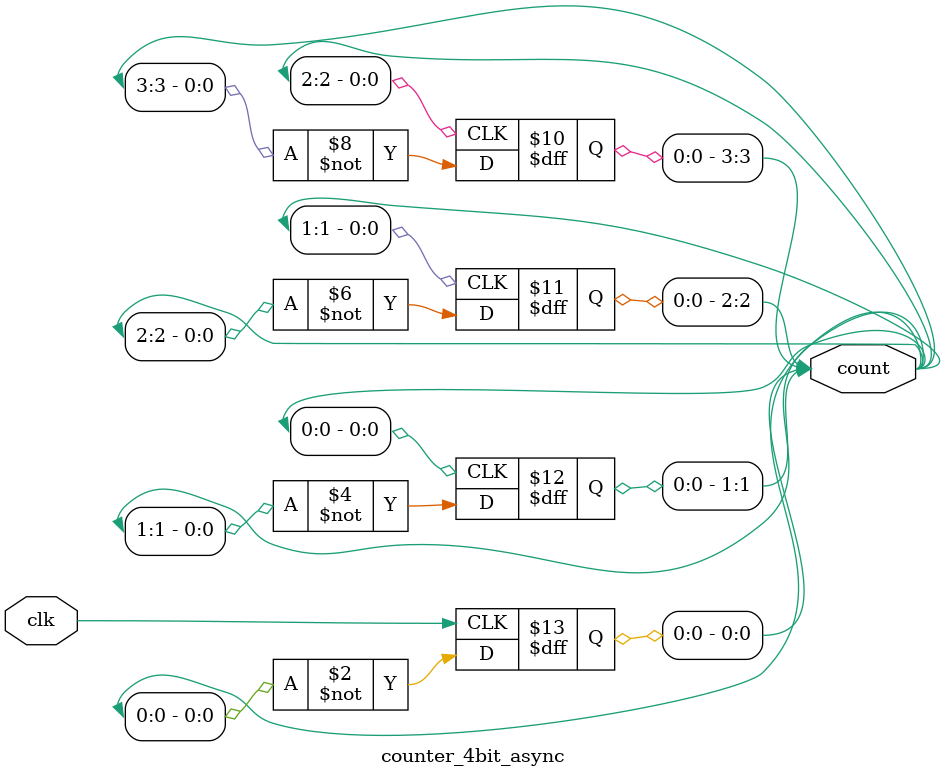
<source format=v>
`timescale 1ns / 1ps


module counter_4bit_async(clk,count);
    input clk;
    output reg [3:0] count;
    
    initial
        count=4'b1111;
    always@(negedge clk)
        count[0]=~count[0];
    always@(negedge count[0])
        count[1]=~count[1];
    always@(negedge count[1])
            count[2]=~count[2];
    always@(negedge count[2])
                count[3]=~count[3];
endmodule

</source>
